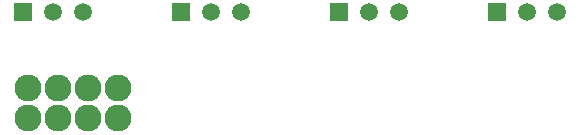
<source format=gbr>
%TF.GenerationSoftware,KiCad,Pcbnew,8.0.3-1.fc40*%
%TF.CreationDate,2024-07-09T23:56:36-04:00*%
%TF.ProjectId,sensor_v3,73656e73-6f72-45f7-9633-2e6b69636164,rev?*%
%TF.SameCoordinates,Original*%
%TF.FileFunction,Soldermask,Top*%
%TF.FilePolarity,Negative*%
%FSLAX46Y46*%
G04 Gerber Fmt 4.6, Leading zero omitted, Abs format (unit mm)*
G04 Created by KiCad (PCBNEW 8.0.3-1.fc40) date 2024-07-09 23:56:36*
%MOMM*%
%LPD*%
G01*
G04 APERTURE LIST*
%ADD10R,1.500000X1.500000*%
%ADD11C,1.500000*%
%ADD12C,2.286000*%
G04 APERTURE END LIST*
D10*
%TO.C,U4*%
X21060000Y-22760000D03*
D11*
X23600000Y-22760000D03*
X26139999Y-22760000D03*
%TD*%
D10*
%TO.C,U3*%
X34460000Y-22760000D03*
D11*
X37000000Y-22760000D03*
X39539999Y-22760000D03*
%TD*%
D10*
%TO.C,U1*%
X61260000Y-22760000D03*
D11*
X63800000Y-22760000D03*
X66339999Y-22760000D03*
%TD*%
D10*
%TO.C,U2*%
X47860000Y-22760000D03*
D11*
X50400000Y-22760000D03*
X52939999Y-22760000D03*
%TD*%
D12*
%TO.C,J1*%
X21480001Y-31740000D03*
X24020001Y-31740000D03*
X26560001Y-31740000D03*
X29100001Y-31740000D03*
X29100000Y-29200000D03*
X26560001Y-29200000D03*
X24020001Y-29200000D03*
X21480001Y-29200000D03*
%TD*%
M02*

</source>
